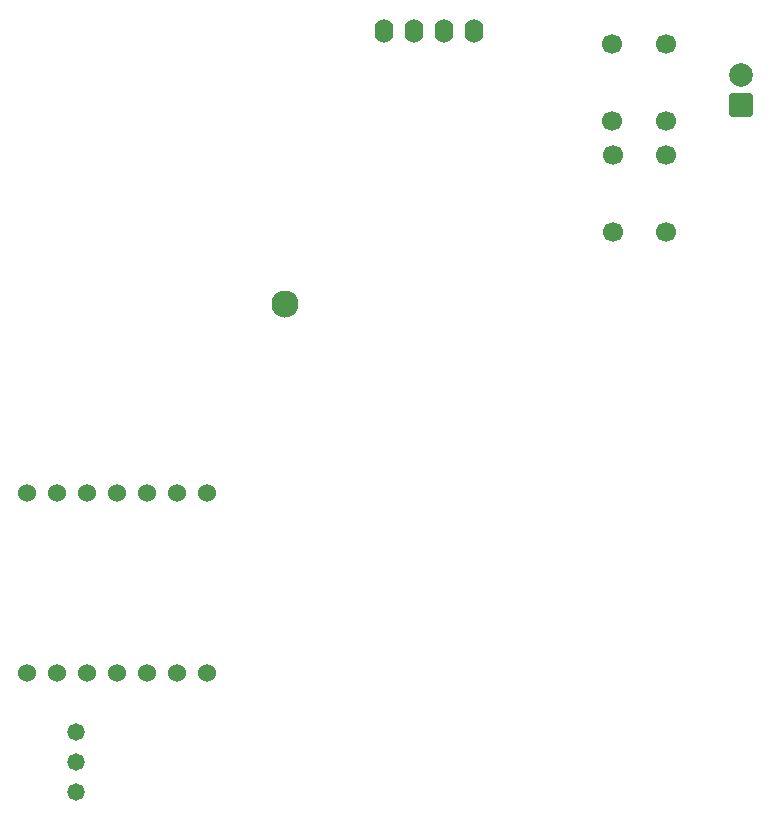
<source format=gbr>
%TF.GenerationSoftware,KiCad,Pcbnew,9.0.6*%
%TF.CreationDate,2026-01-26T19:42:09+01:00*%
%TF.ProjectId,hw,68772e6b-6963-4616-945f-706362585858,rev?*%
%TF.SameCoordinates,Original*%
%TF.FileFunction,Soldermask,Bot*%
%TF.FilePolarity,Negative*%
%FSLAX46Y46*%
G04 Gerber Fmt 4.6, Leading zero omitted, Abs format (unit mm)*
G04 Created by KiCad (PCBNEW 9.0.6) date 2026-01-26 19:42:09*
%MOMM*%
%LPD*%
G01*
G04 APERTURE LIST*
G04 Aperture macros list*
%AMRoundRect*
0 Rectangle with rounded corners*
0 $1 Rounding radius*
0 $2 $3 $4 $5 $6 $7 $8 $9 X,Y pos of 4 corners*
0 Add a 4 corners polygon primitive as box body*
4,1,4,$2,$3,$4,$5,$6,$7,$8,$9,$2,$3,0*
0 Add four circle primitives for the rounded corners*
1,1,$1+$1,$2,$3*
1,1,$1+$1,$4,$5*
1,1,$1+$1,$6,$7*
1,1,$1+$1,$8,$9*
0 Add four rect primitives between the rounded corners*
20,1,$1+$1,$2,$3,$4,$5,0*
20,1,$1+$1,$4,$5,$6,$7,0*
20,1,$1+$1,$6,$7,$8,$9,0*
20,1,$1+$1,$8,$9,$2,$3,0*%
G04 Aperture macros list end*
%ADD10O,1.600000X2.000000*%
%ADD11C,1.524000*%
%ADD12C,1.700000*%
%ADD13RoundRect,0.250000X0.750000X-0.750000X0.750000X0.750000X-0.750000X0.750000X-0.750000X-0.750000X0*%
%ADD14C,2.000000*%
%ADD15C,1.473200*%
%ADD16C,2.300000*%
G04 APERTURE END LIST*
D10*
%TO.C,OLED1*%
X150926000Y-57068000D03*
X153466000Y-57068000D03*
X156006000Y-57068000D03*
X158546000Y-57068000D03*
%TD*%
D11*
%TO.C,U1*%
X120700000Y-111424000D03*
X123240000Y-111424000D03*
X125780000Y-111424000D03*
X128320000Y-111424000D03*
X130860000Y-111424000D03*
X133400000Y-111424000D03*
X135940000Y-111424000D03*
X135940000Y-96184000D03*
X133400000Y-96184000D03*
X130860000Y-96184000D03*
X128320000Y-96184000D03*
X125780000Y-96184000D03*
X123240000Y-96184000D03*
X120700000Y-96184000D03*
%TD*%
D12*
%TO.C,SW3*%
X170230000Y-64688000D03*
X170230000Y-58188000D03*
X174730000Y-64688000D03*
X174730000Y-58188000D03*
%TD*%
D13*
%TO.C,J1*%
X181123500Y-63296000D03*
D14*
X181123500Y-60756001D03*
%TD*%
D15*
%TO.C,U3*%
X124789400Y-121457000D03*
X124789400Y-118917000D03*
X124789400Y-116377000D03*
%TD*%
D12*
%TO.C,SW4*%
X170266000Y-74034000D03*
X170266000Y-67534000D03*
X174766000Y-74034000D03*
X174766000Y-67534000D03*
%TD*%
D16*
%TO.C,LED1*%
X142494000Y-80137000D03*
%TD*%
M02*

</source>
